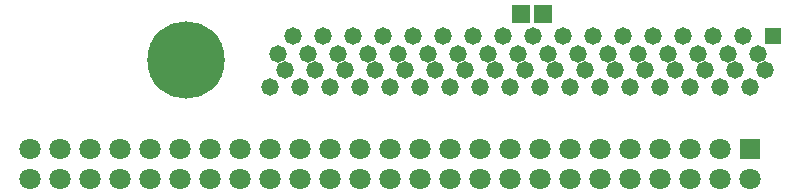
<source format=gts>
G04*
G04 #@! TF.GenerationSoftware,Altium Limited,Altium Designer,20.2.6 (244)*
G04*
G04 Layer_Color=8388736*
%FSAX24Y24*%
%MOIN*%
G70*
G04*
G04 #@! TF.SameCoordinates,CB3CE92A-2C73-40AF-8568-92EE87018610*
G04*
G04*
G04 #@! TF.FilePolarity,Negative*
G04*
G01*
G75*
%ADD14R,0.0592X0.0631*%
%ADD15C,0.0710*%
%ADD16R,0.0710X0.0710*%
%ADD17C,0.0580*%
%ADD18R,0.0580X0.0580*%
%ADD19C,0.2580*%
D14*
X263613Y134215D02*
D03*
X262865D02*
D03*
D15*
X251492Y128715D02*
D03*
X252492D02*
D03*
X253492Y128715D02*
D03*
X254492Y128715D02*
D03*
X251492Y129715D02*
D03*
X252492D02*
D03*
X253492Y129715D02*
D03*
X254492Y129715D02*
D03*
X255492Y128715D02*
D03*
X256492D02*
D03*
X257492D02*
D03*
X258492Y128715D02*
D03*
X255492Y129715D02*
D03*
X256492D02*
D03*
X257492D02*
D03*
X258492Y129715D02*
D03*
X259492Y128715D02*
D03*
Y129715D02*
D03*
X264492Y128715D02*
D03*
Y129715D02*
D03*
X265492Y128715D02*
D03*
X266492D02*
D03*
X265492Y129715D02*
D03*
X266492D02*
D03*
X267492Y128715D02*
D03*
Y129715D02*
D03*
X268492Y128715D02*
D03*
Y129715D02*
D03*
X269492Y128715D02*
D03*
Y129715D02*
D03*
X270492Y128715D02*
D03*
X263492Y129715D02*
D03*
X262492Y129715D02*
D03*
X263492Y128715D02*
D03*
X262492Y128715D02*
D03*
X261492Y129715D02*
D03*
X260492D02*
D03*
Y128715D02*
D03*
X261492D02*
D03*
X246492D02*
D03*
X247492D02*
D03*
X248492D02*
D03*
X249492Y128715D02*
D03*
X246492Y129715D02*
D03*
X247492D02*
D03*
X248492D02*
D03*
X249492Y129715D02*
D03*
X250492Y128715D02*
D03*
Y129715D02*
D03*
D16*
X270492D02*
D03*
D17*
X260514Y131765D02*
D03*
X261514D02*
D03*
X262514D02*
D03*
X263514D02*
D03*
X269514Y131765D02*
D03*
X268514Y131765D02*
D03*
X267514D02*
D03*
X266514D02*
D03*
X265514D02*
D03*
X264514D02*
D03*
X259514D02*
D03*
X258514D02*
D03*
X257514D02*
D03*
X256514D02*
D03*
X255514D02*
D03*
X261014Y132345D02*
D03*
X262014D02*
D03*
X263014D02*
D03*
X264014D02*
D03*
X270014D02*
D03*
X269014D02*
D03*
X268014D02*
D03*
X267014Y132345D02*
D03*
X266014Y132345D02*
D03*
X265014D02*
D03*
X260014D02*
D03*
X259014D02*
D03*
X258014Y132345D02*
D03*
X257014Y132345D02*
D03*
X256014D02*
D03*
X255014D02*
D03*
X270764Y132885D02*
D03*
X271014Y132345D02*
D03*
X270514Y131765D02*
D03*
X261764Y132885D02*
D03*
X260764Y132885D02*
D03*
X262764D02*
D03*
X263764D02*
D03*
X268764D02*
D03*
X267764D02*
D03*
X266764D02*
D03*
X265764Y132885D02*
D03*
X264764Y132885D02*
D03*
X259764D02*
D03*
X258764D02*
D03*
X257764D02*
D03*
X256764Y132885D02*
D03*
X255764Y132885D02*
D03*
X254764D02*
D03*
X269764D02*
D03*
X261264Y133465D02*
D03*
X262264D02*
D03*
X263264D02*
D03*
X264264D02*
D03*
X270264D02*
D03*
X269264D02*
D03*
X268264D02*
D03*
X267264D02*
D03*
X266264D02*
D03*
X265264D02*
D03*
X260264D02*
D03*
X259264D02*
D03*
X258264D02*
D03*
X257264D02*
D03*
X256264D02*
D03*
X255264D02*
D03*
X254514Y131765D02*
D03*
D18*
X271264Y133465D02*
D03*
D19*
X251689Y132665D02*
D03*
M02*

</source>
